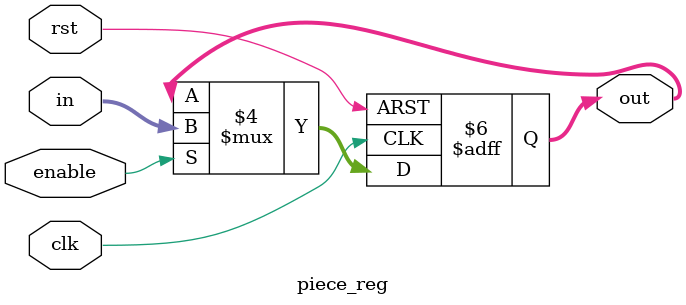
<source format=v>
/*******************************************************************************
Filename: piece_reg.v
Author: Kyle

Description: Stores a piece within a square. Retains value until enabled.
*******************************************************************************/
module piece_reg (
    input       [9:0]   in,
    input               enable,
    input               clk,
    input               rst,
    output reg  [9:0]   out
    );

    always @(posedge clk or negedge rst) begin
        if(!rst)
            out <= 0;

        else begin
            if(enable)
                out <= in;
            else
                out <= out;
        end
    end

endmodule

</source>
